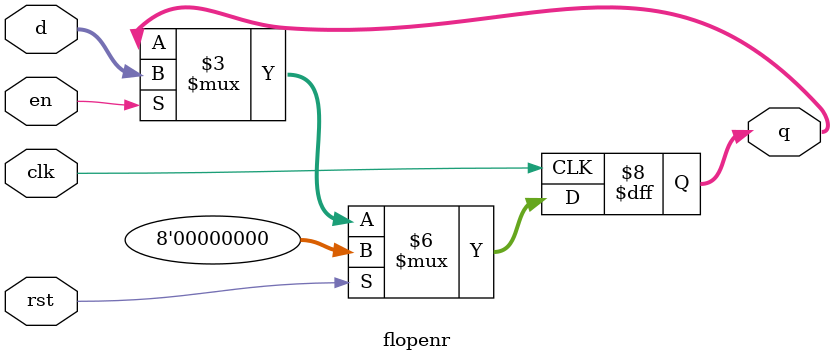
<source format=v>
`timescale 1ns / 1ps

module flopenr #(parameter WIDTH = 8)(
input wire clk,rst,en,
input wire[WIDTH-1:0] d,
output reg[WIDTH-1:0] q
    );
always @(posedge clk) 
    if(rst)
        q <= 0;
    else if(en)
        q <= d;
    else begin
        q <= q;
    end
    
endmodule

</source>
